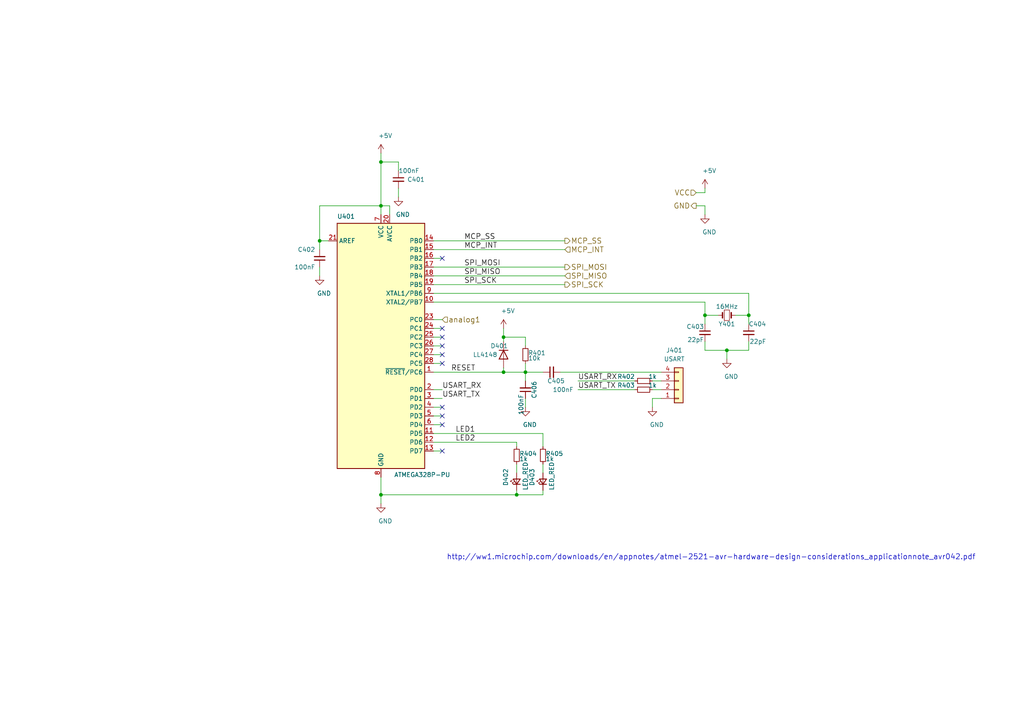
<source format=kicad_sch>
(kicad_sch (version 20211123) (generator eeschema)
  (paper "A4")
  (lib_symbols
    (symbol "Connector_Generic:Conn_01x04" (pin_names (offset 1.016) hide)
      (property "Reference" "J" (at 0 5.08 0))
      (property "Value" "Conn_01x04" (at 0 -7.62 0))
      (symbol "Conn_01x04_1_1"
        (rectangle (start -1.27 -4.953) (end 0 -5.207) (stroke (width 0.1524)))
        (rectangle (start -1.27 -2.413) (end 0 -2.667) (stroke (width 0.1524)))
        (rectangle (start -1.27 0.127) (end 0 -0.127) (stroke (width 0.1524)))
        (rectangle (start -1.27 2.667) (end 0 2.413) (stroke (width 0.1524)))
        (rectangle (start -1.27 3.81) (end 1.27 -6.35) (stroke (width 0.254)) (fill (type background)))
        (pin passive line (at -5.08 2.54 0) (length 3.81) (name "Pin_1") (number "1"))
        (pin passive line (at -5.08 0 0) (length 3.81) (name "Pin_2") (number "2"))
        (pin passive line (at -5.08 -2.54 0) (length 3.81) (name "Pin_3") (number "3"))
        (pin passive line (at -5.08 -5.08 0) (length 3.81) (name "Pin_4") (number "4"))
      )
    )
    (symbol "Device:C_Small" (pin_numbers hide) (pin_names (offset 0.254) hide)
      (property "Reference" "C" (at 0.254 1.778 0))
      (property "Value" "C_Small" (at 0.254 -2.032 0))
      (symbol "C_Small_0_1"
        (polyline (pts (xy -1.524 -0.508) (xy 1.524 -0.508)) (stroke (width 0.3302)))
        (polyline (pts (xy -1.524 0.508) (xy 1.524 0.508)) (stroke (width 0.3048)))
      )
      (symbol "C_Small_1_1"
        (pin passive line (at 0 2.54 270) (length 2.032) (name "~") (number "1"))
        (pin passive line (at 0 -2.54 90) (length 2.032) (name "~") (number "2"))
      )
    )
    (symbol "Device:Crystal_Small" (pin_numbers hide) (pin_names (offset 1.016) hide)
      (property "Reference" "Y" (at 0 2.54 0))
      (property "Value" "Crystal_Small" (at 0 -2.54 0))
      (symbol "Crystal_Small_0_1"
        (rectangle (start -0.762 -1.524) (end 0.762 1.524))
        (polyline (pts (xy -1.27 -0.762) (xy -1.27 0.762)) (stroke (width 0.381)))
        (polyline (pts (xy 1.27 -0.762) (xy 1.27 0.762)) (stroke (width 0.381)))
      )
      (symbol "Crystal_Small_1_1"
        (pin passive line (at -2.54 0 0) (length 1.27) (name "1") (number "1"))
        (pin passive line (at 2.54 0 180) (length 1.27) (name "2") (number "2"))
      )
    )
    (symbol "Device:LED_Small" (pin_numbers hide) (pin_names (offset 0.254) hide)
      (property "Reference" "D" (at -1.27 3.175 0))
      (property "Value" "LED_Small" (at -4.445 -2.54 0))
      (symbol "LED_Small_0_1"
        (polyline (pts (xy -0.762 -1.016) (xy -0.762 1.016)) (stroke (width 0.254)))
        (polyline (pts (xy 1.016 0) (xy -0.762 0)))
        (polyline (pts (xy 0.762 -1.016) (xy -0.762 0) (xy 0.762 1.016) (xy 0.762 -1.016)) (stroke (width 0.254)))
        (polyline (pts (xy 0 0.762) (xy -0.508 1.27) (xy -0.254 1.27) (xy -0.508 1.27) (xy -0.508 1.016)))
        (polyline (pts (xy 0.508 1.27) (xy 0 1.778) (xy 0.254 1.778) (xy 0 1.778) (xy 0 1.524)))
      )
      (symbol "LED_Small_1_1"
        (pin passive line (at -2.54 0 0) (length 1.778) (name "K") (number "1"))
        (pin passive line (at 2.54 0 180) (length 1.778) (name "A") (number "2"))
      )
    )
    (symbol "Device:R_Small" (pin_numbers hide) (pin_names (offset 0.254) hide)
      (property "Reference" "R" (at 0.762 0.508 0))
      (property "Value" "R_Small" (at 0.762 -1.016 0))
      (symbol "R_Small_0_1"
        (rectangle (start -0.762 1.778) (end 0.762 -1.778) (stroke (width 0.2032)))
      )
      (symbol "R_Small_1_1"
        (pin passive line (at 0 2.54 270) (length 0.762) (name "~") (number "1"))
        (pin passive line (at 0 -2.54 90) (length 0.762) (name "~") (number "2"))
      )
    )
    (symbol "Diode:LL4148" (pin_numbers hide) (pin_names (offset 1.016) hide)
      (property "Reference" "D" (at 0 2.54 0))
      (property "Value" "LL4148" (at 0 -2.54 0))
      (symbol "LL4148_0_1"
        (polyline (pts (xy -1.27 1.27) (xy -1.27 -1.27)) (stroke (width 0.254)))
        (polyline (pts (xy 1.27 0) (xy -1.27 0)))
        (polyline (pts (xy 1.27 1.27) (xy 1.27 -1.27) (xy -1.27 0) (xy 1.27 1.27)) (stroke (width 0.254)))
      )
      (symbol "LL4148_1_1"
        (pin passive line (at -3.81 0 0) (length 2.54) (name "K") (number "1"))
        (pin passive line (at 3.81 0 180) (length 2.54) (name "A") (number "2"))
      )
    )
    (symbol "MCU_Microchip_ATmega:ATmega328P-P"
      (property "Reference" "U" (at -12.7 36.83 0))
      (property "Value" "ATmega328P-P" (at 2.54 -36.83 0))
      (symbol "ATmega328P-P_0_1"
        (rectangle (start -12.7 -35.56) (end 12.7 35.56) (stroke (width 0.254)) (fill (type background)))
      )
      (symbol "ATmega328P-P_1_1"
        (pin bidirectional line (at 15.24 -7.62 180) (length 2.54) (name "~{RESET}/PC6") (number "1"))
        (pin bidirectional line (at 15.24 12.7 180) (length 2.54) (name "XTAL2/PB7") (number "10"))
        (pin bidirectional line (at 15.24 -25.4 180) (length 2.54) (name "PD5") (number "11"))
        (pin bidirectional line (at 15.24 -27.94 180) (length 2.54) (name "PD6") (number "12"))
        (pin bidirectional line (at 15.24 -30.48 180) (length 2.54) (name "PD7") (number "13"))
        (pin bidirectional line (at 15.24 30.48 180) (length 2.54) (name "PB0") (number "14"))
        (pin bidirectional line (at 15.24 27.94 180) (length 2.54) (name "PB1") (number "15"))
        (pin bidirectional line (at 15.24 25.4 180) (length 2.54) (name "PB2") (number "16"))
        (pin bidirectional line (at 15.24 22.86 180) (length 2.54) (name "PB3") (number "17"))
        (pin bidirectional line (at 15.24 20.32 180) (length 2.54) (name "PB4") (number "18"))
        (pin bidirectional line (at 15.24 17.78 180) (length 2.54) (name "PB5") (number "19"))
        (pin bidirectional line (at 15.24 -12.7 180) (length 2.54) (name "PD0") (number "2"))
        (pin power_in line (at 2.54 38.1 270) (length 2.54) (name "AVCC") (number "20"))
        (pin passive line (at -15.24 30.48 0) (length 2.54) (name "AREF") (number "21"))
        (pin passive line (at 0 -38.1 90) (length 2.54) hide (name "GND") (number "22"))
        (pin bidirectional line (at 15.24 7.62 180) (length 2.54) (name "PC0") (number "23"))
        (pin bidirectional line (at 15.24 5.08 180) (length 2.54) (name "PC1") (number "24"))
        (pin bidirectional line (at 15.24 2.54 180) (length 2.54) (name "PC2") (number "25"))
        (pin bidirectional line (at 15.24 0 180) (length 2.54) (name "PC3") (number "26"))
        (pin bidirectional line (at 15.24 -2.54 180) (length 2.54) (name "PC4") (number "27"))
        (pin bidirectional line (at 15.24 -5.08 180) (length 2.54) (name "PC5") (number "28"))
        (pin bidirectional line (at 15.24 -15.24 180) (length 2.54) (name "PD1") (number "3"))
        (pin bidirectional line (at 15.24 -17.78 180) (length 2.54) (name "PD2") (number "4"))
        (pin bidirectional line (at 15.24 -20.32 180) (length 2.54) (name "PD3") (number "5"))
        (pin bidirectional line (at 15.24 -22.86 180) (length 2.54) (name "PD4") (number "6"))
        (pin power_in line (at 0 38.1 270) (length 2.54) (name "VCC") (number "7"))
        (pin power_in line (at 0 -38.1 90) (length 2.54) (name "GND") (number "8"))
        (pin bidirectional line (at 15.24 15.24 180) (length 2.54) (name "XTAL1/PB6") (number "9"))
      )
    )
    (symbol "power:+5V" (power) (pin_names (offset 0))
      (property "Value" "+5V" (at 0 3.556 0))
      (symbol "+5V_0_1"
        (polyline (pts (xy -0.762 1.27) (xy 0 2.54)))
        (polyline (pts (xy 0 0) (xy 0 2.54)))
        (polyline (pts (xy 0 2.54) (xy 0.762 1.27)))
      )
      (symbol "+5V_1_1"
        (pin power_in line (at 0 0 90) (length 0) hide (name "+5V") (number "1"))
      )
    )
    (symbol "power:GND" (power) (pin_names (offset 0))
      (property "Value" "GND" (at 0 -3.81 0))
      (symbol "GND_0_1"
        (polyline (pts (xy 0 0) (xy 0 -1.27) (xy 1.27 -1.27) (xy 0 -2.54) (xy -1.27 -1.27) (xy 0 -1.27)))
      )
      (symbol "GND_1_1"
        (pin power_in line (at 0 0 270) (length 0) hide (name "GND") (number "1"))
      )
    )
  )
  (junction (at 146.05 107.95))
  (junction (at 217.17 91.44))
  (junction (at 146.05 97.79))
  (junction (at 152.4 107.95))
  (junction (at 210.82 101.6))
  (junction (at 110.49 46.99))
  (junction (at 149.86 143.51))
  (junction (at 92.71 69.85))
  (junction (at 110.49 143.51))
  (junction (at 110.49 59.69))
  (junction (at 204.47 91.44))
  (no_connect (at 128.27 123.19))
  (no_connect (at 128.27 95.25))
  (no_connect (at 128.27 100.33))
  (no_connect (at 128.27 118.11))
  (no_connect (at 128.27 120.65))
  (no_connect (at 128.27 130.81))
  (no_connect (at 128.27 74.93))
  (no_connect (at 128.27 102.87))
  (no_connect (at 128.27 105.41))
  (no_connect (at 128.27 97.79))
  (wire (pts (xy 115.57 49.53) (xy 115.57 46.99)))
  (wire (pts (xy 204.47 101.6) (xy 204.47 99.06)))
  (wire (pts (xy 125.73 87.63) (xy 204.47 87.63)))
  (wire (pts (xy 92.71 69.85) (xy 95.25 69.85)))
  (wire (pts (xy 110.49 143.51) (xy 110.49 146.05)))
  (wire (pts (xy 189.23 110.49) (xy 191.77 110.49)))
  (wire (pts (xy 92.71 69.85) (xy 92.71 72.39)))
  (wire (pts (xy 189.23 118.11) (xy 189.23 115.57)))
  (wire (pts (xy 152.4 105.41) (xy 152.4 107.95)))
  (wire (pts (xy 189.23 115.57) (xy 191.77 115.57)))
  (wire (pts (xy 189.23 113.03) (xy 191.77 113.03)))
  (wire (pts (xy 128.27 115.57) (xy 125.73 115.57)))
  (wire (pts (xy 92.71 77.47) (xy 92.71 80.01)))
  (wire (pts (xy 125.73 97.79) (xy 128.27 97.79)))
  (wire (pts (xy 146.05 107.95) (xy 152.4 107.95)))
  (wire (pts (xy 204.47 55.88) (xy 204.47 54.61)))
  (wire (pts (xy 152.4 115.57) (xy 152.4 118.11)))
  (wire (pts (xy 115.57 57.15) (xy 115.57 54.61)))
  (wire (pts (xy 204.47 91.44) (xy 204.47 93.98)))
  (wire (pts (xy 204.47 87.63) (xy 204.47 91.44)))
  (wire (pts (xy 152.4 107.95) (xy 157.48 107.95)))
  (wire (pts (xy 125.73 82.55) (xy 163.83 82.55)))
  (wire (pts (xy 163.83 80.01) (xy 125.73 80.01)))
  (wire (pts (xy 110.49 143.51) (xy 149.86 143.51)))
  (wire (pts (xy 125.73 102.87) (xy 128.27 102.87)))
  (wire (pts (xy 125.73 130.81) (xy 128.27 130.81)))
  (wire (pts (xy 149.86 142.24) (xy 149.86 143.51)))
  (wire (pts (xy 157.48 134.62) (xy 157.48 137.16)))
  (wire (pts (xy 125.73 77.47) (xy 163.83 77.47)))
  (wire (pts (xy 110.49 59.69) (xy 92.71 59.69)))
  (wire (pts (xy 217.17 91.44) (xy 213.36 91.44)))
  (wire (pts (xy 204.47 59.69) (xy 204.47 62.23)))
  (wire (pts (xy 125.73 100.33) (xy 128.27 100.33)))
  (wire (pts (xy 167.64 110.49) (xy 184.15 110.49)))
  (wire (pts (xy 201.93 55.88) (xy 204.47 55.88)))
  (wire (pts (xy 125.73 72.39) (xy 163.83 72.39)))
  (wire (pts (xy 125.73 125.73) (xy 157.48 125.73)))
  (wire (pts (xy 167.64 113.03) (xy 184.15 113.03)))
  (wire (pts (xy 157.48 142.24) (xy 157.48 143.51)))
  (wire (pts (xy 146.05 95.25) (xy 146.05 97.79)))
  (wire (pts (xy 125.73 128.27) (xy 149.86 128.27)))
  (wire (pts (xy 125.73 107.95) (xy 146.05 107.95)))
  (wire (pts (xy 128.27 118.11) (xy 125.73 118.11)))
  (wire (pts (xy 152.4 100.33) (xy 152.4 97.79)))
  (wire (pts (xy 217.17 101.6) (xy 217.17 99.06)))
  (wire (pts (xy 128.27 74.93) (xy 125.73 74.93)))
  (wire (pts (xy 128.27 95.25) (xy 125.73 95.25)))
  (wire (pts (xy 128.27 105.41) (xy 125.73 105.41)))
  (wire (pts (xy 146.05 99.06) (xy 146.05 97.79)))
  (wire (pts (xy 149.86 143.51) (xy 157.48 143.51)))
  (wire (pts (xy 110.49 138.43) (xy 110.49 143.51)))
  (wire (pts (xy 128.27 92.71) (xy 125.73 92.71)))
  (wire (pts (xy 163.83 69.85) (xy 125.73 69.85)))
  (wire (pts (xy 110.49 46.99) (xy 110.49 44.45)))
  (wire (pts (xy 110.49 59.69) (xy 113.03 59.69)))
  (wire (pts (xy 125.73 113.03) (xy 128.27 113.03)))
  (wire (pts (xy 149.86 128.27) (xy 149.86 129.54)))
  (wire (pts (xy 217.17 91.44) (xy 217.17 93.98)))
  (wire (pts (xy 208.28 91.44) (xy 204.47 91.44)))
  (wire (pts (xy 128.27 120.65) (xy 125.73 120.65)))
  (wire (pts (xy 110.49 46.99) (xy 110.49 59.69)))
  (wire (pts (xy 92.71 59.69) (xy 92.71 69.85)))
  (wire (pts (xy 157.48 125.73) (xy 157.48 129.54)))
  (wire (pts (xy 210.82 104.14) (xy 210.82 101.6)))
  (wire (pts (xy 115.57 46.99) (xy 110.49 46.99)))
  (wire (pts (xy 149.86 134.62) (xy 149.86 137.16)))
  (wire (pts (xy 113.03 62.23) (xy 113.03 59.69)))
  (wire (pts (xy 217.17 85.09) (xy 217.17 91.44)))
  (wire (pts (xy 125.73 123.19) (xy 128.27 123.19)))
  (wire (pts (xy 152.4 107.95) (xy 152.4 110.49)))
  (wire (pts (xy 204.47 101.6) (xy 210.82 101.6)))
  (wire (pts (xy 110.49 62.23) (xy 110.49 59.69)))
  (wire (pts (xy 210.82 101.6) (xy 217.17 101.6)))
  (wire (pts (xy 162.56 107.95) (xy 191.77 107.95)))
  (wire (pts (xy 146.05 97.79) (xy 152.4 97.79)))
  (wire (pts (xy 201.93 59.69) (xy 204.47 59.69)))
  (wire (pts (xy 146.05 106.68) (xy 146.05 107.95)))
  (wire (pts (xy 125.73 85.09) (xy 217.17 85.09)))
  (text "http://ww1.microchip.com/downloads/en/appnotes/atmel-2521-avr-hardware-design-considerations_applicationnote_avr042.pdf" (at 129.54 162.56 0) (effects (font (size 1.524 1.524)) (justify left bottom)))
  (label "SPI_SCK" (at 134.62 82.55 0) (effects (font (size 1.524 1.524))))
  (label "MCP_INT" (at 134.62 72.39 0) (effects (font (size 1.524 1.524))))
  (label "SPI_MOSI" (at 134.62 77.47 0) (effects (font (size 1.524 1.524))))
  (label "SPI_MISO" (at 134.62 80.01 0) (effects (font (size 1.524 1.524))))
  (label "LED1" (at 132.08 125.73 0) (effects (font (size 1.524 1.524))))
  (label "LED2" (at 132.08 128.27 0) (effects (font (size 1.524 1.524))))
  (label "USART_TX" (at 128.27 115.57 0) (effects (font (size 1.524 1.524))))
  (label "MCP_SS" (at 134.62 69.85 0) (effects (font (size 1.524 1.524))))
  (label "RESET" (at 130.81 107.95 0) (effects (font (size 1.524 1.524))))
  (label "USART_RX" (at 128.27 113.03 0) (effects (font (size 1.524 1.524))))
  (label "USART_RX" (at 167.64 110.49 0) (effects (font (size 1.524 1.524))))
  (label "USART_TX" (at 167.64 113.03 0) (effects (font (size 1.524 1.524))))
  (hierarchical_label "MCP_INT" (shape input) (at 163.83 72.39 0) (effects (font (size 1.524 1.524))))
  (hierarchical_label "GND" (shape output) (at 201.93 59.69 180) (effects (font (size 1.524 1.524))))
  (hierarchical_label "VCC" (shape input) (at 201.93 55.88 180) (effects (font (size 1.524 1.524))))
  (hierarchical_label "SPI_MOSI" (shape output) (at 163.83 77.47 0) (effects (font (size 1.524 1.524))))
  (hierarchical_label "MCP_SS" (shape output) (at 163.83 69.85 0) (effects (font (size 1.524 1.524))))
  (hierarchical_label "analog1" (shape input) (at 128.27 92.71 0) (effects (font (size 1.524 1.524))))
  (hierarchical_label "SPI_SCK" (shape output) (at 163.83 82.55 0) (effects (font (size 1.524 1.524))))
  (hierarchical_label "SPI_MISO" (shape input) (at 163.83 80.01 0) (effects (font (size 1.524 1.524))))
  (symbol (lib_id "MCU_Microchip_ATmega:ATmega328P-P") (at 110.49 100.33 0) (unit 1)
    (property "Reference" "U401" (at 97.79 63.5 0) (effects (justify left bottom)))
    (property "Value" "ATMEGA328P-PU" (at 114.3 138.43 0) (effects (justify left bottom)))
    (property "Footprint" "Package_DIP:DIP-28_W7.62mm" (effects hide))
    (property "Datasheet" "http://ww1.microchip.com/downloads/en/DeviceDoc/ATmega328_P%20AVR%20MCU%20with%20picoPower%20Technology%20Data%20Sheet%2040001984A.pdf" (effects hide))
  )
  (symbol (lib_id "Device:Crystal_Small") (at 210.82 91.44 0) (mirror x) (unit 1)
    (property "Reference" "Y401" (at 210.82 93.98 0))
    (property "Value" "16MHz" (at 210.82 88.9 0))
    (property "Footprint" "Crystal:Crystal_HC49-U_Vertical" (effects hide))
    (property "Datasheet" "http://www.farnell.com/datasheets/321153.pdf" (effects hide))
  )
  (symbol (lib_id "Device:C_Small") (at 204.47 96.52 0) (mirror y) (unit 1)
    (property "Reference" "C403" (at 204.216 94.742 0) (effects (justify left)))
    (property "Value" "22pF" (at 204.216 98.552 0) (effects (justify left)))
    (property "Footprint" "Capacitor_SMD:C_0805_2012Metric_Pad1.15x1.40mm_HandSolder" (effects hide))
  )
  (symbol (lib_id "Device:C_Small") (at 217.17 96.52 0) (mirror y) (unit 1)
    (property "Reference" "C404" (at 222.25 93.98 0) (effects (justify left)))
    (property "Value" "22pF" (at 222.25 99.06 0) (effects (justify left)))
    (property "Footprint" "Capacitor_SMD:C_0805_2012Metric_Pad1.15x1.40mm_HandSolder" (effects hide))
  )
  (symbol (lib_id "Device:R_Small") (at 152.4 102.87 0) (unit 1)
    (property "Reference" "R401" (at 153.162 102.362 0) (effects (justify left)))
    (property "Value" "10k" (at 153.162 103.886 0) (effects (justify left)))
    (property "Footprint" "Resistor_SMD:R_0805_2012Metric_Pad1.15x1.40mm_HandSolder" (effects hide))
  )
  (symbol (lib_id "Device:C_Small") (at 152.4 113.03 180) (unit 1)
    (property "Reference" "C406" (at 154.94 110.49 90) (effects (justify left)))
    (property "Value" "100nF" (at 151.13 114.3 90) (effects (justify left)))
    (property "Footprint" "Capacitor_SMD:C_0805_2012Metric_Pad1.15x1.40mm_HandSolder" (effects hide))
  )
  (symbol (lib_id "Device:LED_Small") (at 149.86 139.7 90) (unit 1)
    (property "Reference" "D402" (at 146.685 140.97 0) (effects (justify left)))
    (property "Value" "LED_RED" (at 152.4 142.24 0) (effects (justify left)))
    (property "Footprint" "LED_SMD:LED_0805_2012Metric_Pad1.15x1.40mm_HandSolder" (effects hide))
  )
  (symbol (lib_id "Device:R_Small") (at 149.86 132.08 0) (unit 1)
    (property "Reference" "R404" (at 150.622 131.572 0) (effects (justify left)))
    (property "Value" "1k" (at 150.622 133.096 0) (effects (justify left)))
    (property "Footprint" "Resistor_SMD:R_0805_2012Metric_Pad1.15x1.40mm_HandSolder" (effects hide))
  )
  (symbol (lib_id "Device:R_Small") (at 186.69 110.49 90) (unit 1)
    (property "Reference" "R402" (at 184.15 109.22 90) (effects (justify left)))
    (property "Value" "1k" (at 190.5 109.22 90) (effects (justify left)))
    (property "Footprint" "Resistor_SMD:R_0805_2012Metric_Pad1.15x1.40mm_HandSolder" (effects hide))
  )
  (symbol (lib_id "Device:R_Small") (at 186.69 113.03 90) (unit 1)
    (property "Reference" "R403" (at 184.15 111.76 90) (effects (justify left)))
    (property "Value" "1k" (at 190.5 111.76 90) (effects (justify left)))
    (property "Footprint" "Resistor_SMD:R_0805_2012Metric_Pad1.15x1.40mm_HandSolder" (effects hide))
  )
  (symbol (lib_id "Device:LED_Small") (at 157.48 139.7 90) (unit 1)
    (property "Reference" "D403" (at 154.305 140.97 0) (effects (justify left)))
    (property "Value" "LED_RED" (at 160.02 142.24 0) (effects (justify left)))
    (property "Footprint" "LED_SMD:LED_0805_2012Metric_Pad1.15x1.40mm_HandSolder" (effects hide))
  )
  (symbol (lib_id "Device:R_Small") (at 157.48 132.08 0) (unit 1)
    (property "Reference" "R405" (at 158.242 131.572 0) (effects (justify left)))
    (property "Value" "1k" (at 158.242 133.096 0) (effects (justify left)))
    (property "Footprint" "Resistor_SMD:R_0805_2012Metric_Pad1.15x1.40mm_HandSolder" (effects hide))
  )
  (symbol (lib_id "Diode:LL4148") (at 146.05 102.87 90) (mirror x) (unit 1)
    (property "Reference" "D401" (at 142.24 100.33 90) (effects (justify right)))
    (property "Value" "LL4148" (at 137.16 102.87 90) (effects (justify right)))
    (property "Footprint" "Diode_SMD:D_MiniMELF_Handsoldering" (effects hide))
    (property "Datasheet" "http://www.vishay.com/docs/85557/ll4148.pdf" (effects hide))
  )
  (symbol (lib_id "power:GND") (at 210.82 104.14 0) (unit 1)
    (property "Reference" "#PWR0407" (effects hide))
    (property "Value" "GND" (at 212.09 109.22 0))
  )
  (symbol (lib_id "power:GND") (at 110.49 146.05 0) (unit 1)
    (property "Reference" "#PWR0412" (effects hide))
    (property "Value" "GND" (at 111.76 151.13 0))
  )
  (symbol (lib_id "power:GND") (at 204.47 62.23 0) (unit 1)
    (property "Reference" "#PWR0404" (effects hide))
    (property "Value" "GND" (at 205.74 67.31 0))
  )
  (symbol (lib_id "Connector_Generic:Conn_01x04") (at 196.85 113.03 0) (mirror x) (unit 1)
    (property "Reference" "J401" (at 195.58 101.6 0))
    (property "Value" "USART" (at 195.58 104.14 0))
    (property "Footprint" "Connector_PinHeader_2.54mm:PinHeader_1x04_P2.54mm_Vertical" (effects hide))
  )
  (symbol (lib_id "power:GND") (at 152.4 118.11 0) (unit 1)
    (property "Reference" "#PWR0408" (effects hide))
    (property "Value" "GND" (at 153.67 123.19 0))
  )
  (symbol (lib_id "Device:C_Small") (at 160.02 107.95 90) (unit 1)
    (property "Reference" "C405" (at 163.83 110.49 90) (effects (justify left)))
    (property "Value" "100nF" (at 166.37 113.03 90) (effects (justify left)))
    (property "Footprint" "Capacitor_SMD:C_0805_2012Metric_Pad1.15x1.40mm_HandSolder" (effects hide))
  )
  (symbol (lib_id "power:GND") (at 189.23 118.11 0) (unit 1)
    (property "Reference" "#PWR0409" (effects hide))
    (property "Value" "GND" (at 190.5 123.19 0))
  )
  (symbol (lib_id "Device:C_Small") (at 115.57 52.07 0) (unit 1)
    (property "Reference" "C401" (at 118.11 52.07 0) (effects (justify left)))
    (property "Value" "100nF" (at 115.57 49.53 0) (effects (justify left)))
    (property "Footprint" "Capacitor_SMD:C_0805_2012Metric_Pad1.15x1.40mm_HandSolder" (effects hide))
  )
  (symbol (lib_id "power:+5V") (at 110.49 44.45 0) (unit 1)
    (property "Reference" "#PWR0401" (effects hide))
    (property "Value" "+5V" (at 111.76 39.37 0))
  )
  (symbol (lib_id "power:+5V") (at 204.47 54.61 0) (unit 1)
    (property "Reference" "#PWR0402" (effects hide))
    (property "Value" "+5V" (at 205.74 49.53 0))
  )
  (symbol (lib_id "power:+5V") (at 146.05 95.25 0) (unit 1)
    (property "Reference" "#PWR0406" (effects hide))
    (property "Value" "+5V" (at 147.32 90.17 0))
  )
  (symbol (lib_id "power:GND") (at 115.57 57.15 0) (unit 1)
    (property "Reference" "#PWR0403" (effects hide))
    (property "Value" "GND" (at 116.84 62.23 0))
  )
  (symbol (lib_id "Device:C_Small") (at 92.71 74.93 180) (unit 1)
    (property "Reference" "C402" (at 91.44 72.39 0) (effects (justify left)))
    (property "Value" "100nF" (at 91.44 77.47 0) (effects (justify left)))
    (property "Footprint" "Capacitor_SMD:C_0805_2012Metric_Pad1.15x1.40mm_HandSolder" (effects hide))
  )
  (symbol (lib_id "power:GND") (at 92.71 80.01 0) (unit 1)
    (property "Reference" "#PWR0405" (effects hide))
    (property "Value" "GND" (at 93.98 85.09 0))
  )
)
</source>
